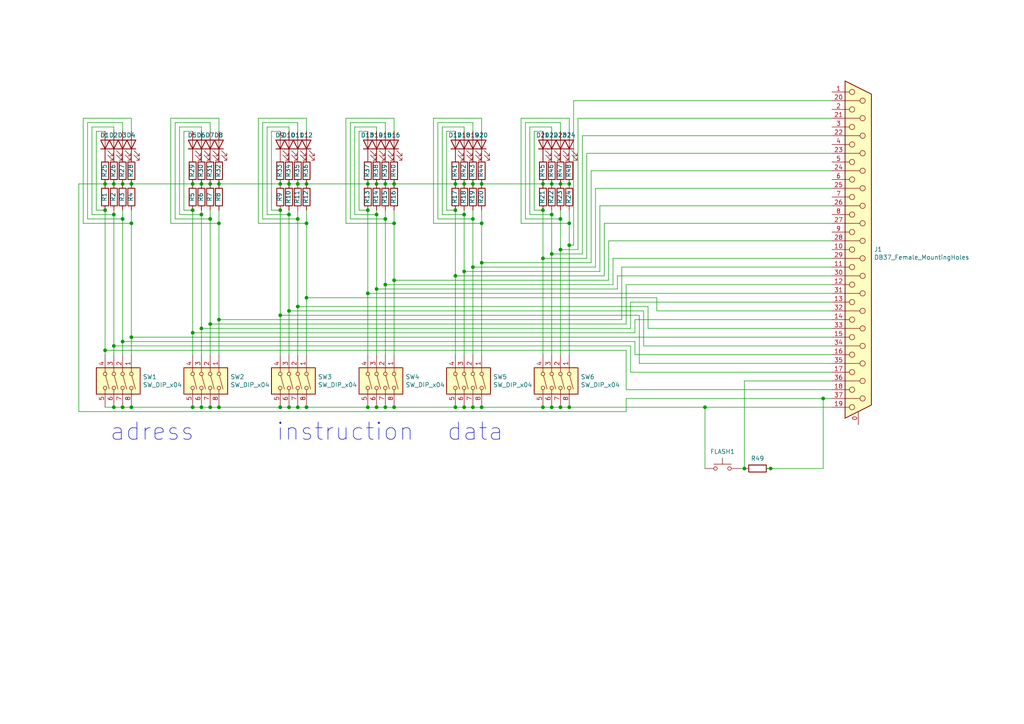
<source format=kicad_sch>
(kicad_sch (version 20230121) (generator eeschema)
  (paper "A4")
  (title_block (title "manual-programmer") (date "19.06.2023") (rev "1.0"))
  (lib_symbols
    (symbol "Connector:DB37_Female_MountingHoles" (pin_names (offset 1.016) hide)
      (property "Reference" "J" (at 0 52.07 0))
      (property "Value" "DB37_Female_MountingHoles" (at 0 50.165 0))
      (symbol "DB37_Female_MountingHoles_0_1"
        (circle (center -1.778 -45.72) (radius 0.762))
        (circle (center -1.778 -40.64) (radius 0.762))
        (circle (center -1.778 -35.56) (radius 0.762))
        (circle (center -1.778 -30.48) (radius 0.762))
        (circle (center -1.778 -25.4) (radius 0.762))
        (circle (center -1.778 -20.32) (radius 0.762))
        (circle (center -1.778 -15.24) (radius 0.762))
        (circle (center -1.778 -10.16) (radius 0.762))
        (circle (center -1.778 -5.08) (radius 0.762))
        (circle (center -1.778 0) (radius 0.762))
        (circle (center -1.778 5.08) (radius 0.762))
        (circle (center -1.778 10.16) (radius 0.762))
        (circle (center -1.778 15.24) (radius 0.762))
        (circle (center -1.778 20.32) (radius 0.762))
        (circle (center -1.778 25.4) (radius 0.762))
        (circle (center -1.778 30.48) (radius 0.762))
        (circle (center -1.778 35.56) (radius 0.762))
        (circle (center -1.778 40.64) (radius 0.762))
        (circle (center -1.778 45.72) (radius 0.762))
        (polyline (pts (xy -3.81 -45.72) (xy -2.54 -45.72)))
        (polyline (pts (xy -3.81 -43.18) (xy 0.508 -43.18)))
        (polyline (pts (xy -3.81 -40.64) (xy -2.54 -40.64)))
        (polyline (pts (xy -3.81 -38.1) (xy 0.508 -38.1)))
        (polyline (pts (xy -3.81 -35.56) (xy -2.54 -35.56)))
        (polyline (pts (xy -3.81 -33.02) (xy 0.508 -33.02)))
        (polyline (pts (xy -3.81 -30.48) (xy -2.54 -30.48)))
        (polyline (pts (xy -3.81 -27.94) (xy 0.508 -27.94)))
        (polyline (pts (xy -3.81 -25.4) (xy -2.54 -25.4)))
        (polyline (pts (xy -3.81 -22.86) (xy 0.508 -22.86)))
        (polyline (pts (xy -3.81 -20.32) (xy -2.54 -20.32)))
        (polyline (pts (xy -3.81 -17.78) (xy 0.508 -17.78)))
        (polyline (pts (xy -3.81 -15.24) (xy -2.54 -15.24)))
        (polyline (pts (xy -3.81 -12.7) (xy 0.508 -12.7)))
        (polyline (pts (xy -3.81 -10.16) (xy -2.54 -10.16)))
        (polyline (pts (xy -3.81 -7.62) (xy 0.508 -7.62)))
        (polyline (pts (xy -3.81 -5.08) (xy -2.54 -5.08)))
        (polyline (pts (xy -3.81 -2.54) (xy 0.508 -2.54)))
        (polyline (pts (xy -3.81 0) (xy -2.54 0)))
        (polyline (pts (xy -3.81 2.54) (xy 0.508 2.54)))
        (polyline (pts (xy -3.81 5.08) (xy -2.54 5.08)))
        (polyline (pts (xy -3.81 7.62) (xy 0.508 7.62)))
        (polyline (pts (xy -3.81 10.16) (xy -2.54 10.16)))
        (polyline (pts (xy -3.81 12.7) (xy 0.508 12.7)))
        (polyline (pts (xy -3.81 15.24) (xy -2.54 15.24)))
        (polyline (pts (xy -3.81 17.78) (xy 0.508 17.78)))
        (polyline (pts (xy -3.81 20.32) (xy -2.54 20.32)))
        (polyline (pts (xy -3.81 22.86) (xy 0.508 22.86)))
        (polyline (pts (xy -3.81 25.4) (xy -2.54 25.4)))
        (polyline (pts (xy -3.81 27.94) (xy 0.508 27.94)))
        (polyline (pts (xy -3.81 30.48) (xy -2.54 30.48)))
        (polyline (pts (xy -3.81 33.02) (xy 0.508 33.02)))
        (polyline (pts (xy -3.81 35.56) (xy -2.54 35.56)))
        (polyline (pts (xy -3.81 38.1) (xy 0.508 38.1)))
        (polyline (pts (xy -3.81 40.64) (xy -2.54 40.64)))
        (polyline (pts (xy -3.81 43.18) (xy 0.508 43.18)))
        (polyline (pts (xy -3.81 45.72) (xy -2.54 45.72)))
        (polyline (pts (xy -3.81 -48.895) (xy 3.81 -45.085) (xy 3.81 45.085) (xy -3.81 48.895) (xy -3.81 -48.895)) (stroke (width 0.254)) (fill (type background)))
        (circle (center 1.27 -43.18) (radius 0.762))
        (circle (center 1.27 -38.1) (radius 0.762))
        (circle (center 1.27 -33.02) (radius 0.762))
        (circle (center 1.27 -27.94) (radius 0.762))
        (circle (center 1.27 -22.86) (radius 0.762))
        (circle (center 1.27 -17.78) (radius 0.762))
        (circle (center 1.27 -12.7) (radius 0.762))
        (circle (center 1.27 -7.62) (radius 0.762))
        (circle (center 1.27 -2.54) (radius 0.762))
        (circle (center 1.27 2.54) (radius 0.762))
        (circle (center 1.27 7.62) (radius 0.762))
        (circle (center 1.27 12.7) (radius 0.762))
        (circle (center 1.27 17.78) (radius 0.762))
        (circle (center 1.27 22.86) (radius 0.762))
        (circle (center 1.27 27.94) (radius 0.762))
        (circle (center 1.27 33.02) (radius 0.762))
        (circle (center 1.27 38.1) (radius 0.762))
        (circle (center 1.27 43.18) (radius 0.762))
      )
      (symbol "DB37_Female_MountingHoles_1_1"
        (pin passive line (at 0 -50.8 90) (length 3.81) (name "PAD") (number "0"))
        (pin passive line (at -7.62 45.72 0) (length 3.81) (name "1") (number "1"))
        (pin passive line (at -7.62 0 0) (length 3.81) (name "10") (number "10"))
        (pin passive line (at -7.62 -5.08 0) (length 3.81) (name "11") (number "11"))
        (pin passive line (at -7.62 -10.16 0) (length 3.81) (name "12") (number "12"))
        (pin passive line (at -7.62 -15.24 0) (length 3.81) (name "13") (number "13"))
        (pin passive line (at -7.62 -20.32 0) (length 3.81) (name "14") (number "14"))
        (pin passive line (at -7.62 -25.4 0) (length 3.81) (name "15") (number "15"))
        (pin passive line (at -7.62 -30.48 0) (length 3.81) (name "16") (number "16"))
        (pin passive line (at -7.62 -35.56 0) (length 3.81) (name "17") (number "17"))
        (pin passive line (at -7.62 -40.64 0) (length 3.81) (name "18") (number "18"))
        (pin passive line (at -7.62 -45.72 0) (length 3.81) (name "19") (number "19"))
        (pin passive line (at -7.62 40.64 0) (length 3.81) (name "2") (number "2"))
        (pin passive line (at -7.62 43.18 0) (length 3.81) (name "20") (number "20"))
        (pin passive line (at -7.62 38.1 0) (length 3.81) (name "21") (number "21"))
        (pin passive line (at -7.62 33.02 0) (length 3.81) (name "22") (number "22"))
        (pin passive line (at -7.62 27.94 0) (length 3.81) (name "23") (number "23"))
        (pin passive line (at -7.62 22.86 0) (length 3.81) (name "24") (number "24"))
        (pin passive line (at -7.62 17.78 0) (length 3.81) (name "25") (number "25"))
        (pin passive line (at -7.62 12.7 0) (length 3.81) (name "26") (number "26"))
        (pin passive line (at -7.62 7.62 0) (length 3.81) (name "27") (number "27"))
        (pin passive line (at -7.62 2.54 0) (length 3.81) (name "28") (number "28"))
        (pin passive line (at -7.62 -2.54 0) (length 3.81) (name "29") (number "29"))
        (pin passive line (at -7.62 35.56 0) (length 3.81) (name "3") (number "3"))
        (pin passive line (at -7.62 -7.62 0) (length 3.81) (name "30") (number "30"))
        (pin passive line (at -7.62 -12.7 0) (length 3.81) (name "31") (number "31"))
        (pin passive line (at -7.62 -17.78 0) (length 3.81) (name "32") (number "32"))
        (pin passive line (at -7.62 -22.86 0) (length 3.81) (name "33") (number "33"))
        (pin passive line (at -7.62 -27.94 0) (length 3.81) (name "34") (number "34"))
        (pin passive line (at -7.62 -33.02 0) (length 3.81) (name "35") (number "35"))
        (pin passive line (at -7.62 -38.1 0) (length 3.81) (name "36") (number "36"))
        (pin passive line (at -7.62 -43.18 0) (length 3.81) (name "37") (number "37"))
        (pin passive line (at -7.62 30.48 0) (length 3.81) (name "4") (number "4"))
        (pin passive line (at -7.62 25.4 0) (length 3.81) (name "5") (number "5"))
        (pin passive line (at -7.62 20.32 0) (length 3.81) (name "6") (number "6"))
        (pin passive line (at -7.62 15.24 0) (length 3.81) (name "7") (number "7"))
        (pin passive line (at -7.62 10.16 0) (length 3.81) (name "8") (number "8"))
        (pin passive line (at -7.62 5.08 0) (length 3.81) (name "9") (number "9"))
      )
    )
    (symbol "Device:LED" (pin_numbers hide) (pin_names (offset 1.016) hide)
      (property "Reference" "D" (at 0 2.54 0))
      (property "Value" "LED" (at 0 -2.54 0))
      (symbol "LED_0_1"
        (polyline (pts (xy -1.27 -1.27) (xy -1.27 1.27)) (stroke (width 0.254)))
        (polyline (pts (xy -1.27 0) (xy 1.27 0)))
        (polyline (pts (xy 1.27 -1.27) (xy 1.27 1.27) (xy -1.27 0) (xy 1.27 -1.27)) (stroke (width 0.254)))
        (polyline (pts (xy -3.048 -0.762) (xy -4.572 -2.286) (xy -3.81 -2.286) (xy -4.572 -2.286) (xy -4.572 -1.524)))
        (polyline (pts (xy -1.778 -0.762) (xy -3.302 -2.286) (xy -2.54 -2.286) (xy -3.302 -2.286) (xy -3.302 -1.524)))
      )
      (symbol "LED_1_1"
        (pin passive line (at -3.81 0 0) (length 2.54) (name "K") (number "1"))
        (pin passive line (at 3.81 0 180) (length 2.54) (name "A") (number "2"))
      )
    )
    (symbol "Device:R" (pin_numbers hide) (pin_names (offset 0))
      (property "Reference" "R" (at 2.032 0 90))
      (property "Value" "R" (at 0 0 90))
      (symbol "R_0_1"
        (rectangle (start -1.016 -2.54) (end 1.016 2.54) (stroke (width 0.254)))
      )
      (symbol "R_1_1"
        (pin passive line (at 0 3.81 270) (length 1.27) (name "~") (number "1"))
        (pin passive line (at 0 -3.81 90) (length 1.27) (name "~") (number "2"))
      )
    )
    (symbol "Switch:SW_DIP_x04" (pin_names (offset 0) hide)
      (property "Reference" "SW" (at 0 8.89 0))
      (property "Value" "SW_DIP_x04" (at 0 -6.35 0))
      (symbol "SW_DIP_x04_0_0"
        (circle (center -2.032 -2.54) (radius 0.508))
        (circle (center -2.032 0) (radius 0.508))
        (circle (center -2.032 2.54) (radius 0.508))
        (circle (center -2.032 5.08) (radius 0.508))
        (polyline (pts (xy -1.524 -2.3876) (xy 2.3622 -1.3462)))
        (polyline (pts (xy -1.524 0.127) (xy 2.3622 1.1684)))
        (polyline (pts (xy -1.524 2.667) (xy 2.3622 3.7084)))
        (polyline (pts (xy -1.524 5.207) (xy 2.3622 6.2484)))
        (circle (center 2.032 -2.54) (radius 0.508))
        (circle (center 2.032 0) (radius 0.508))
        (circle (center 2.032 2.54) (radius 0.508))
        (circle (center 2.032 5.08) (radius 0.508))
      )
      (symbol "SW_DIP_x04_0_1"
        (rectangle (start -3.81 7.62) (end 3.81 -5.08) (stroke (width 0.254)) (fill (type background)))
      )
      (symbol "SW_DIP_x04_1_1"
        (pin passive line (at -7.62 5.08 0) (length 5.08) (name "~") (number "1"))
        (pin passive line (at -7.62 2.54 0) (length 5.08) (name "~") (number "2"))
        (pin passive line (at -7.62 0 0) (length 5.08) (name "~") (number "3"))
        (pin passive line (at -7.62 -2.54 0) (length 5.08) (name "~") (number "4"))
        (pin passive line (at 7.62 -2.54 180) (length 5.08) (name "~") (number "5"))
        (pin passive line (at 7.62 0 180) (length 5.08) (name "~") (number "6"))
        (pin passive line (at 7.62 2.54 180) (length 5.08) (name "~") (number "7"))
        (pin passive line (at 7.62 5.08 180) (length 5.08) (name "~") (number "8"))
      )
    )
    (symbol "Switch:SW_Push" (pin_numbers hide) (pin_names (offset 1.016) hide)
      (property "Reference" "SW" (at 1.27 2.54 0))
      (property "Value" "SW_Push" (at 0 -1.524 0))
      (symbol "SW_Push_0_1"
        (circle (center -2.032 0) (radius 0.508))
        (polyline (pts (xy 0 1.27) (xy 0 3.048)))
        (polyline (pts (xy 2.54 1.27) (xy -2.54 1.27)))
        (circle (center 2.032 0) (radius 0.508))
        (pin passive line (at -5.08 0 0) (length 2.54) (name "1") (number "1"))
        (pin passive line (at 5.08 0 180) (length 2.54) (name "2") (number "2"))
      )
    )
  )
  (junction (at 30.48 60.96))
  (junction (at 58.42 95.25))
  (junction (at 139.7 64.77))
  (junction (at 58.42 118.11))
  (junction (at 139.7 118.11))
  (junction (at 83.82 118.11))
  (junction (at 165.1 71.12))
  (junction (at 111.76 82.55))
  (junction (at 86.36 118.11))
  (junction (at 30.48 53.34))
  (junction (at 215.9 135.89))
  (junction (at 30.48 101.6))
  (junction (at 35.56 53.34))
  (junction (at 38.1 97.79))
  (junction (at 60.96 53.34))
  (junction (at 111.76 63.5))
  (junction (at 86.36 88.9))
  (junction (at 38.1 118.11))
  (junction (at 137.16 77.47))
  (junction (at 160.02 118.11))
  (junction (at 132.08 118.11))
  (junction (at 106.68 60.96))
  (junction (at 114.3 118.11))
  (junction (at 162.56 63.5))
  (junction (at 109.22 62.23))
  (junction (at 55.88 96.52))
  (junction (at 86.36 53.34))
  (junction (at 83.82 53.34))
  (junction (at 165.1 64.77))
  (junction (at 63.5 118.11))
  (junction (at 88.9 53.34))
  (junction (at 33.02 118.11))
  (junction (at 160.02 53.34))
  (junction (at 137.16 118.11))
  (junction (at 81.28 60.96))
  (junction (at 162.56 118.11))
  (junction (at 88.9 86.36))
  (junction (at 58.42 62.23))
  (junction (at 33.02 62.23))
  (junction (at 114.3 64.77))
  (junction (at 132.08 60.96))
  (junction (at 109.22 83.82))
  (junction (at 86.36 63.5))
  (junction (at 60.96 118.11))
  (junction (at 55.88 60.96))
  (junction (at 58.42 53.34))
  (junction (at 111.76 53.34))
  (junction (at 137.16 63.5))
  (junction (at 139.7 53.34))
  (junction (at 157.48 118.11))
  (junction (at 134.62 53.34))
  (junction (at 134.62 78.74))
  (junction (at 111.76 118.11))
  (junction (at 35.56 99.06))
  (junction (at 63.5 64.77))
  (junction (at 157.48 74.93))
  (junction (at 204.47 118.11))
  (junction (at 134.62 118.11))
  (junction (at 162.56 53.34))
  (junction (at 106.68 118.11))
  (junction (at 162.56 72.39))
  (junction (at 38.1 53.34))
  (junction (at 33.02 53.34))
  (junction (at 35.56 63.5))
  (junction (at 106.68 53.34))
  (junction (at 114.3 81.28))
  (junction (at 165.1 53.34))
  (junction (at 88.9 64.77))
  (junction (at 38.1 64.77))
  (junction (at 35.56 118.11))
  (junction (at 132.08 53.34))
  (junction (at 132.08 80.01))
  (junction (at 165.1 118.11))
  (junction (at 55.88 53.34))
  (junction (at 109.22 53.34))
  (junction (at 81.28 53.34))
  (junction (at 81.28 91.44))
  (junction (at 157.48 60.96))
  (junction (at 137.16 53.34))
  (junction (at 83.82 90.17))
  (junction (at 88.9 118.11))
  (junction (at 160.02 73.66))
  (junction (at 157.48 53.34))
  (junction (at 238.76 115.57))
  (junction (at 55.88 118.11))
  (junction (at 63.5 92.71))
  (junction (at 160.02 62.23))
  (junction (at 60.96 93.98))
  (junction (at 63.5 53.34))
  (junction (at 81.28 118.11))
  (junction (at 114.3 53.34))
  (junction (at 83.82 62.23))
  (junction (at 60.96 63.5))
  (junction (at 139.7 76.2))
  (junction (at 109.22 118.11))
  (junction (at 134.62 62.23))
  (junction (at 106.68 85.09))
  (junction (at 33.02 100.33))
  (junction (at 223.52 135.89))
  (wire (pts (xy 88.9 86.36) (xy 190.5 86.36)))
  (wire (pts (xy 24.13 34.29) (xy 24.13 64.77)))
  (wire (pts (xy 114.3 118.11) (xy 132.08 118.11)))
  (wire (pts (xy 55.88 60.96) (xy 55.88 96.52)))
  (wire (pts (xy 77.47 36.83) (xy 77.47 62.23)))
  (wire (pts (xy 106.68 85.09) (xy 106.68 102.87)))
  (wire (pts (xy 53.34 60.96) (xy 55.88 60.96)))
  (wire (pts (xy 52.07 36.83) (xy 52.07 62.23)))
  (wire (pts (xy 162.56 63.5) (xy 162.56 72.39)))
  (wire (pts (xy 81.28 38.1) (xy 78.74 38.1)))
  (wire (pts (xy 137.16 60.96) (xy 137.16 63.5)))
  (wire (pts (xy 241.3 110.49) (xy 215.9 110.49)))
  (wire (pts (xy 81.28 60.96) (xy 81.28 91.44)))
  (wire (pts (xy 88.9 38.1) (xy 88.9 34.29)))
  (wire (pts (xy 22.86 53.34) (xy 22.86 119.38)))
  (wire (pts (xy 114.3 81.28) (xy 114.3 102.87)))
  (wire (pts (xy 128.27 36.83) (xy 128.27 62.23)))
  (wire (pts (xy 128.27 62.23) (xy 134.62 62.23)))
  (wire (pts (xy 157.48 60.96) (xy 157.48 74.93)))
  (wire (pts (xy 171.45 76.2) (xy 171.45 49.53)))
  (wire (pts (xy 35.56 60.96) (xy 35.56 63.5)))
  (wire (pts (xy 35.56 63.5) (xy 35.56 99.06)))
  (wire (pts (xy 167.64 72.39) (xy 167.64 34.29)))
  (wire (pts (xy 180.34 92.71) (xy 180.34 77.47)))
  (wire (pts (xy 74.93 64.77) (xy 88.9 64.77)))
  (wire (pts (xy 88.9 86.36) (xy 88.9 102.87)))
  (wire (pts (xy 114.3 38.1) (xy 114.3 34.29)))
  (wire (pts (xy 204.47 135.89) (xy 204.47 118.11)))
  (wire (pts (xy 134.62 62.23) (xy 134.62 78.74)))
  (wire (pts (xy 214.63 135.89) (xy 215.9 135.89)))
  (wire (pts (xy 26.67 36.83) (xy 26.67 62.23)))
  (wire (pts (xy 109.22 60.96) (xy 109.22 62.23)))
  (wire (pts (xy 35.56 99.06) (xy 35.56 102.87)))
  (wire (pts (xy 114.3 81.28) (xy 176.53 81.28)))
  (wire (pts (xy 186.69 90.17) (xy 186.69 100.33)))
  (wire (pts (xy 58.42 53.34) (xy 60.96 53.34)))
  (wire (pts (xy 63.5 92.71) (xy 63.5 102.87)))
  (wire (pts (xy 106.68 60.96) (xy 106.68 85.09)))
  (wire (pts (xy 175.26 64.77) (xy 241.3 64.77)))
  (wire (pts (xy 162.56 60.96) (xy 162.56 63.5)))
  (wire (pts (xy 177.8 74.93) (xy 241.3 74.93)))
  (wire (pts (xy 38.1 34.29) (xy 24.13 34.29)))
  (wire (pts (xy 58.42 118.11) (xy 55.88 118.11)))
  (wire (pts (xy 30.48 101.6) (xy 181.61 101.6)))
  (wire (pts (xy 181.61 93.98) (xy 181.61 82.55)))
  (wire (pts (xy 86.36 35.56) (xy 76.2 35.56)))
  (wire (pts (xy 186.69 100.33) (xy 241.3 100.33)))
  (wire (pts (xy 134.62 60.96) (xy 134.62 62.23)))
  (wire (pts (xy 53.34 38.1) (xy 53.34 60.96)))
  (wire (pts (xy 132.08 80.01) (xy 132.08 102.87)))
  (wire (pts (xy 160.02 73.66) (xy 160.02 102.87)))
  (wire (pts (xy 134.62 53.34) (xy 137.16 53.34)))
  (wire (pts (xy 238.76 115.57) (xy 241.3 115.57)))
  (wire (pts (xy 109.22 83.82) (xy 179.07 83.82)))
  (wire (pts (xy 168.91 73.66) (xy 168.91 39.37)))
  (wire (pts (xy 83.82 90.17) (xy 83.82 102.87)))
  (wire (pts (xy 127 63.5) (xy 137.16 63.5)))
  (wire (pts (xy 63.5 64.77) (xy 63.5 92.71)))
  (wire (pts (xy 83.82 36.83) (xy 77.47 36.83)))
  (wire (pts (xy 101.6 63.5) (xy 111.76 63.5)))
  (wire (pts (xy 58.42 62.23) (xy 58.42 95.25)))
  (wire (pts (xy 160.02 73.66) (xy 168.91 73.66)))
  (wire (pts (xy 223.52 135.89) (xy 238.76 135.89)))
  (wire (pts (xy 55.88 96.52) (xy 55.88 102.87)))
  (wire (pts (xy 132.08 60.96) (xy 132.08 80.01)))
  (wire (pts (xy 182.88 107.95) (xy 241.3 107.95)))
  (wire (pts (xy 204.47 118.11) (xy 241.3 118.11)))
  (wire (pts (xy 177.8 82.55) (xy 177.8 74.93)))
  (wire (pts (xy 170.18 74.93) (xy 170.18 44.45)))
  (wire (pts (xy 181.61 101.6) (xy 181.61 113.03)))
  (wire (pts (xy 102.87 36.83) (xy 102.87 62.23)))
  (wire (pts (xy 168.91 39.37) (xy 241.3 39.37)))
  (wire (pts (xy 137.16 77.47) (xy 137.16 102.87)))
  (wire (pts (xy 139.7 53.34) (xy 157.48 53.34)))
  (wire (pts (xy 77.47 62.23) (xy 83.82 62.23)))
  (wire (pts (xy 134.62 118.11) (xy 137.16 118.11)))
  (wire (pts (xy 187.96 95.25) (xy 241.3 95.25)))
  (wire (pts (xy 153.67 62.23) (xy 160.02 62.23)))
  (wire (pts (xy 139.7 34.29) (xy 125.73 34.29)))
  (wire (pts (xy 157.48 118.11) (xy 160.02 118.11)))
  (wire (pts (xy 184.15 92.71) (xy 241.3 92.71)))
  (wire (pts (xy 162.56 72.39) (xy 167.64 72.39)))
  (wire (pts (xy 151.13 34.29) (xy 151.13 64.77)))
  (wire (pts (xy 81.28 91.44) (xy 185.42 91.44)))
  (wire (pts (xy 102.87 62.23) (xy 109.22 62.23)))
  (wire (pts (xy 81.28 53.34) (xy 83.82 53.34)))
  (wire (pts (xy 104.14 38.1) (xy 104.14 60.96)))
  (wire (pts (xy 125.73 34.29) (xy 125.73 64.77)))
  (wire (pts (xy 106.68 53.34) (xy 109.22 53.34)))
  (wire (pts (xy 157.48 53.34) (xy 160.02 53.34)))
  (wire (pts (xy 83.82 90.17) (xy 186.69 90.17)))
  (wire (pts (xy 179.07 83.82) (xy 179.07 80.01)))
  (wire (pts (xy 160.02 36.83) (xy 153.67 36.83)))
  (wire (pts (xy 109.22 38.1) (xy 109.22 36.83)))
  (wire (pts (xy 166.37 71.12) (xy 165.1 71.12)))
  (wire (pts (xy 81.28 118.11) (xy 83.82 118.11)))
  (wire (pts (xy 184.15 96.52) (xy 184.15 92.71)))
  (wire (pts (xy 38.1 53.34) (xy 35.56 53.34)))
  (wire (pts (xy 181.61 115.57) (xy 181.61 119.38)))
  (wire (pts (xy 58.42 95.25) (xy 182.88 95.25)))
  (wire (pts (xy 38.1 38.1) (xy 38.1 34.29)))
  (wire (pts (xy 33.02 36.83) (xy 26.67 36.83)))
  (wire (pts (xy 111.76 63.5) (xy 111.76 82.55)))
  (wire (pts (xy 35.56 35.56) (xy 25.4 35.56)))
  (wire (pts (xy 86.36 38.1) (xy 86.36 35.56)))
  (wire (pts (xy 160.02 62.23) (xy 160.02 73.66)))
  (wire (pts (xy 160.02 60.96) (xy 160.02 62.23)))
  (wire (pts (xy 111.76 53.34) (xy 114.3 53.34)))
  (wire (pts (xy 50.8 35.56) (xy 50.8 63.5)))
  (wire (pts (xy 222.25 135.89) (xy 223.52 135.89)))
  (wire (pts (xy 129.54 38.1) (xy 129.54 60.96)))
  (wire (pts (xy 86.36 88.9) (xy 187.96 88.9)))
  (wire (pts (xy 215.9 110.49) (xy 215.9 135.89)))
  (wire (pts (xy 27.94 60.96) (xy 30.48 60.96)))
  (wire (pts (xy 25.4 35.56) (xy 25.4 63.5)))
  (wire (pts (xy 165.1 118.11) (xy 204.47 118.11)))
  (wire (pts (xy 175.26 80.01) (xy 175.26 64.77)))
  (wire (pts (xy 165.1 34.29) (xy 151.13 34.29)))
  (wire (pts (xy 30.48 38.1) (xy 27.94 38.1)))
  (wire (pts (xy 35.56 99.06) (xy 184.15 99.06)))
  (wire (pts (xy 109.22 83.82) (xy 109.22 102.87)))
  (wire (pts (xy 139.7 76.2) (xy 171.45 76.2)))
  (wire (pts (xy 58.42 118.11) (xy 60.96 118.11)))
  (wire (pts (xy 35.56 118.11) (xy 38.1 118.11)))
  (wire (pts (xy 170.18 44.45) (xy 241.3 44.45)))
  (wire (pts (xy 181.61 82.55) (xy 241.3 82.55)))
  (wire (pts (xy 139.7 38.1) (xy 139.7 34.29)))
  (wire (pts (xy 180.34 77.47) (xy 241.3 77.47)))
  (wire (pts (xy 58.42 36.83) (xy 52.07 36.83)))
  (wire (pts (xy 33.02 118.11) (xy 35.56 118.11)))
  (wire (pts (xy 74.93 34.29) (xy 74.93 64.77)))
  (wire (pts (xy 86.36 118.11) (xy 88.9 118.11)))
  (wire (pts (xy 162.56 72.39) (xy 162.56 102.87)))
  (wire (pts (xy 165.1 71.12) (xy 165.1 102.87)))
  (wire (pts (xy 182.88 87.63) (xy 241.3 87.63)))
  (wire (pts (xy 83.82 62.23) (xy 83.82 90.17)))
  (wire (pts (xy 187.96 88.9) (xy 187.96 95.25)))
  (wire (pts (xy 166.37 29.21) (xy 241.3 29.21)))
  (wire (pts (xy 173.99 59.69) (xy 241.3 59.69)))
  (wire (pts (xy 111.76 82.55) (xy 111.76 102.87)))
  (wire (pts (xy 157.48 74.93) (xy 170.18 74.93)))
  (wire (pts (xy 86.36 118.11) (xy 83.82 118.11)))
  (wire (pts (xy 104.14 60.96) (xy 106.68 60.96)))
  (wire (pts (xy 171.45 49.53) (xy 241.3 49.53)))
  (wire (pts (xy 60.96 35.56) (xy 50.8 35.56)))
  (wire (pts (xy 154.94 60.96) (xy 157.48 60.96)))
  (wire (pts (xy 162.56 35.56) (xy 152.4 35.56)))
  (wire (pts (xy 88.9 64.77) (xy 88.9 86.36)))
  (wire (pts (xy 83.82 60.96) (xy 83.82 62.23)))
  (wire (pts (xy 111.76 38.1) (xy 111.76 35.56)))
  (wire (pts (xy 238.76 135.89) (xy 238.76 115.57)))
  (wire (pts (xy 38.1 64.77) (xy 38.1 97.79)))
  (wire (pts (xy 109.22 118.11) (xy 111.76 118.11)))
  (wire (pts (xy 165.1 38.1) (xy 165.1 34.29)))
  (wire (pts (xy 86.36 88.9) (xy 86.36 102.87)))
  (wire (pts (xy 38.1 118.11) (xy 55.88 118.11)))
  (wire (pts (xy 78.74 38.1) (xy 78.74 60.96)))
  (wire (pts (xy 184.15 99.06) (xy 184.15 102.87)))
  (wire (pts (xy 137.16 38.1) (xy 137.16 35.56)))
  (wire (pts (xy 111.76 60.96) (xy 111.76 63.5)))
  (wire (pts (xy 55.88 53.34) (xy 58.42 53.34)))
  (wire (pts (xy 185.42 105.41) (xy 241.3 105.41)))
  (wire (pts (xy 33.02 53.34) (xy 35.56 53.34)))
  (wire (pts (xy 35.56 38.1) (xy 35.56 35.56)))
  (wire (pts (xy 167.64 34.29) (xy 241.3 34.29)))
  (wire (pts (xy 33.02 62.23) (xy 33.02 100.33)))
  (wire (pts (xy 160.02 38.1) (xy 160.02 36.83)))
  (wire (pts (xy 137.16 118.11) (xy 139.7 118.11)))
  (wire (pts (xy 109.22 36.83) (xy 102.87 36.83)))
  (wire (pts (xy 114.3 53.34) (xy 132.08 53.34)))
  (wire (pts (xy 58.42 60.96) (xy 58.42 62.23)))
  (wire (pts (xy 114.3 64.77) (xy 114.3 81.28)))
  (wire (pts (xy 52.07 62.23) (xy 58.42 62.23)))
  (wire (pts (xy 38.1 60.96) (xy 38.1 64.77)))
  (wire (pts (xy 30.48 101.6) (xy 30.48 102.87)))
  (wire (pts (xy 30.48 60.96) (xy 30.48 101.6)))
  (wire (pts (xy 33.02 100.33) (xy 182.88 100.33)))
  (wire (pts (xy 22.86 119.38) (xy 181.61 119.38)))
  (wire (pts (xy 38.1 97.79) (xy 38.1 102.87)))
  (wire (pts (xy 152.4 63.5) (xy 162.56 63.5)))
  (wire (pts (xy 157.48 74.93) (xy 157.48 102.87)))
  (wire (pts (xy 76.2 35.56) (xy 76.2 63.5)))
  (wire (pts (xy 63.5 34.29) (xy 49.53 34.29)))
  (wire (pts (xy 60.96 93.98) (xy 181.61 93.98)))
  (wire (pts (xy 63.5 118.11) (xy 81.28 118.11)))
  (wire (pts (xy 100.33 64.77) (xy 114.3 64.77)))
  (wire (pts (xy 139.7 118.11) (xy 157.48 118.11)))
  (wire (pts (xy 176.53 69.85) (xy 241.3 69.85)))
  (wire (pts (xy 58.42 95.25) (xy 58.42 102.87)))
  (wire (pts (xy 111.76 35.56) (xy 101.6 35.56)))
  (wire (pts (xy 81.28 91.44) (xy 81.28 102.87)))
  (wire (pts (xy 25.4 63.5) (xy 35.56 63.5)))
  (wire (pts (xy 152.4 35.56) (xy 152.4 63.5)))
  (wire (pts (xy 60.96 38.1) (xy 60.96 35.56)))
  (wire (pts (xy 134.62 118.11) (xy 132.08 118.11)))
  (wire (pts (xy 172.72 54.61) (xy 241.3 54.61)))
  (wire (pts (xy 33.02 100.33) (xy 33.02 102.87)))
  (wire (pts (xy 49.53 34.29) (xy 49.53 64.77)))
  (wire (pts (xy 173.99 78.74) (xy 173.99 59.69)))
  (wire (pts (xy 53.34 38.1) (xy 55.88 38.1)))
  (wire (pts (xy 33.02 38.1) (xy 33.02 36.83)))
  (wire (pts (xy 49.53 64.77) (xy 63.5 64.77)))
  (wire (pts (xy 58.42 38.1) (xy 58.42 36.83)))
  (wire (pts (xy 160.02 118.11) (xy 162.56 118.11)))
  (wire (pts (xy 63.5 53.34) (xy 81.28 53.34)))
  (wire (pts (xy 60.96 93.98) (xy 60.96 102.87)))
  (wire (pts (xy 179.07 80.01) (xy 241.3 80.01)))
  (wire (pts (xy 165.1 60.96) (xy 165.1 64.77)))
  (wire (pts (xy 190.5 90.17) (xy 241.3 90.17)))
  (wire (pts (xy 30.48 53.34) (xy 33.02 53.34)))
  (wire (pts (xy 88.9 60.96) (xy 88.9 64.77)))
  (wire (pts (xy 182.88 100.33) (xy 182.88 107.95)))
  (wire (pts (xy 27.94 38.1) (xy 27.94 60.96)))
  (wire (pts (xy 30.48 53.34) (xy 22.86 53.34)))
  (wire (pts (xy 151.13 64.77) (xy 165.1 64.77)))
  (wire (pts (xy 132.08 38.1) (xy 129.54 38.1)))
  (wire (pts (xy 160.02 53.34) (xy 162.56 53.34)))
  (wire (pts (xy 165.1 64.77) (xy 165.1 71.12)))
  (wire (pts (xy 111.76 118.11) (xy 114.3 118.11)))
  (wire (pts (xy 88.9 34.29) (xy 74.93 34.29)))
  (wire (pts (xy 88.9 53.34) (xy 106.68 53.34)))
  (wire (pts (xy 26.67 62.23) (xy 33.02 62.23)))
  (wire (pts (xy 134.62 36.83) (xy 128.27 36.83)))
  (wire (pts (xy 190.5 86.36) (xy 190.5 90.17)))
  (wire (pts (xy 33.02 60.96) (xy 33.02 62.23)))
  (wire (pts (xy 182.88 95.25) (xy 182.88 87.63)))
  (wire (pts (xy 185.42 91.44) (xy 185.42 105.41)))
  (wire (pts (xy 86.36 53.34) (xy 88.9 53.34)))
  (wire (pts (xy 101.6 35.56) (xy 101.6 63.5)))
  (wire (pts (xy 60.96 60.96) (xy 60.96 63.5)))
  (wire (pts (xy 165.1 53.34) (xy 162.56 53.34)))
  (wire (pts (xy 157.48 38.1) (xy 154.94 38.1)))
  (wire (pts (xy 38.1 97.79) (xy 241.3 97.79)))
  (wire (pts (xy 127 35.56) (xy 127 63.5)))
  (wire (pts (xy 55.88 96.52) (xy 184.15 96.52)))
  (wire (pts (xy 63.5 118.11) (xy 60.96 118.11)))
  (wire (pts (xy 139.7 60.96) (xy 139.7 64.77)))
  (wire (pts (xy 134.62 38.1) (xy 134.62 36.83)))
  (wire (pts (xy 132.08 80.01) (xy 175.26 80.01)))
  (wire (pts (xy 137.16 63.5) (xy 137.16 77.47)))
  (wire (pts (xy 106.68 38.1) (xy 104.14 38.1)))
  (wire (pts (xy 78.74 60.96) (xy 81.28 60.96)))
  (wire (pts (xy 153.67 36.83) (xy 153.67 62.23)))
  (wire (pts (xy 63.5 60.96) (xy 63.5 64.77)))
  (wire (pts (xy 109.22 53.34) (xy 111.76 53.34)))
  (wire (pts (xy 184.15 102.87) (xy 241.3 102.87)))
  (wire (pts (xy 129.54 60.96) (xy 132.08 60.96)))
  (wire (pts (xy 114.3 34.29) (xy 100.33 34.29)))
  (wire (pts (xy 154.94 38.1) (xy 154.94 60.96)))
  (wire (pts (xy 181.61 115.57) (xy 238.76 115.57)))
  (wire (pts (xy 139.7 53.34) (xy 137.16 53.34)))
  (wire (pts (xy 114.3 60.96) (xy 114.3 64.77)))
  (wire (pts (xy 176.53 81.28) (xy 176.53 69.85)))
  (wire (pts (xy 83.82 53.34) (xy 86.36 53.34)))
  (wire (pts (xy 63.5 92.71) (xy 180.34 92.71)))
  (wire (pts (xy 60.96 53.34) (xy 63.5 53.34)))
  (wire (pts (xy 88.9 118.11) (xy 106.68 118.11)))
  (wire (pts (xy 30.48 118.11) (xy 33.02 118.11)))
  (wire (pts (xy 106.68 85.09) (xy 241.3 85.09)))
  (wire (pts (xy 139.7 64.77) (xy 139.7 76.2)))
  (wire (pts (xy 137.16 77.47) (xy 172.72 77.47)))
  (wire (pts (xy 83.82 38.1) (xy 83.82 36.83)))
  (wire (pts (xy 63.5 38.1) (xy 63.5 34.29)))
  (wire (pts (xy 162.56 118.11) (xy 165.1 118.11)))
  (wire (pts (xy 134.62 78.74) (xy 134.62 102.87)))
  (wire (pts (xy 24.13 64.77) (xy 38.1 64.77)))
  (wire (pts (xy 125.73 64.77) (xy 139.7 64.77)))
  (wire (pts (xy 50.8 63.5) (xy 60.96 63.5)))
  (wire (pts (xy 38.1 53.34) (xy 55.88 53.34)))
  (wire (pts (xy 132.08 53.34) (xy 134.62 53.34)))
  (wire (pts (xy 166.37 71.12) (xy 166.37 29.21)))
  (wire (pts (xy 139.7 76.2) (xy 139.7 102.87)))
  (wire (pts (xy 134.62 78.74) (xy 173.99 78.74)))
  (wire (pts (xy 106.68 118.11) (xy 109.22 118.11)))
  (wire (pts (xy 86.36 60.96) (xy 86.36 63.5)))
  (wire (pts (xy 137.16 35.56) (xy 127 35.56)))
  (wire (pts (xy 162.56 38.1) (xy 162.56 35.56)))
  (wire (pts (xy 181.61 113.03) (xy 241.3 113.03)))
  (wire (pts (xy 76.2 63.5) (xy 86.36 63.5)))
  (wire (pts (xy 109.22 62.23) (xy 109.22 83.82)))
  (wire (pts (xy 172.72 77.47) (xy 172.72 54.61)))
  (wire (pts (xy 111.76 82.55) (xy 177.8 82.55)))
  (wire (pts (xy 60.96 63.5) (xy 60.96 93.98)))
  (wire (pts (xy 100.33 34.29) (xy 100.33 64.77)))
  (wire (pts (xy 86.36 63.5) (xy 86.36 88.9)))
  (text "adress" (at 31.75 128.27 0) (effects (font (size 5.0038 5.0038)) (justify left bottom)))
  (text "data" (at 129.54 128.27 0) (effects (font (size 5.0038 5.0038)) (justify left bottom)))
  (text "instruction" (at 80.01 128.27 0) (effects (font (size 5.0038 5.0038)) (justify left bottom)))
  (symbol (lib_id "Connector:DB37_Female_MountingHoles") (at 248.92 72.39 0) (unit 1)
    (property "Reference" "J1" (at 253.492 72.3392 0) (effects (justify left)))
    (property "Value" "DB37_Female_MountingHoles" (at 253.492 74.6506 0) (effects (justify left)))
    (property "Footprint" "Connector_Dsub:DSUB-37_Female_Horizontal_P2.77x2.84mm_EdgePinOffset7.70mm_Housed_MountingHolesOffset9.12mm" (effects hide))
    (property "Datasheet" " ~" (effects hide))
  )
  (symbol (lib_id "Switch:SW_DIP_x04") (at 33.02 110.49 270) (unit 1)
    (property "Reference" "SW1" (at 41.402 109.3216 90) (effects (justify left)))
    (property "Value" "SW_DIP_x04" (at 41.402 111.633 90) (effects (justify left)))
    (property "Footprint" "Button_Switch_THT:SW_DIP_SPSTx04_Slide_9.78x12.34mm_W7.62mm_P2.54mm" (effects hide))
  )
  (symbol (lib_id "Switch:SW_DIP_x04") (at 58.42 110.49 270) (unit 1)
    (property "Reference" "SW2" (at 66.802 109.3216 90) (effects (justify left)))
    (property "Value" "SW_DIP_x04" (at 66.802 111.633 90) (effects (justify left)))
    (property "Footprint" "Button_Switch_THT:SW_DIP_SPSTx04_Slide_9.78x12.34mm_W7.62mm_P2.54mm" (effects hide))
  )
  (symbol (lib_id "Switch:SW_DIP_x04") (at 83.82 110.49 270) (unit 1)
    (property "Reference" "SW3" (at 92.202 109.3216 90) (effects (justify left)))
    (property "Value" "SW_DIP_x04" (at 92.202 111.633 90) (effects (justify left)))
    (property "Footprint" "Button_Switch_THT:SW_DIP_SPSTx04_Slide_9.78x12.34mm_W7.62mm_P2.54mm" (effects hide))
  )
  (symbol (lib_id "Switch:SW_DIP_x04") (at 109.22 110.49 270) (unit 1)
    (property "Reference" "SW4" (at 117.602 109.3216 90) (effects (justify left)))
    (property "Value" "SW_DIP_x04" (at 117.602 111.633 90) (effects (justify left)))
    (property "Footprint" "Button_Switch_THT:SW_DIP_SPSTx04_Slide_9.78x12.34mm_W7.62mm_P2.54mm" (effects hide))
  )
  (symbol (lib_id "Switch:SW_DIP_x04") (at 134.62 110.49 270) (unit 1)
    (property "Reference" "SW5" (at 143.002 109.3216 90) (effects (justify left)))
    (property "Value" "SW_DIP_x04" (at 143.002 111.633 90) (effects (justify left)))
    (property "Footprint" "Button_Switch_THT:SW_DIP_SPSTx04_Slide_9.78x12.34mm_W7.62mm_P2.54mm" (effects hide))
  )
  (symbol (lib_id "Switch:SW_DIP_x04") (at 160.02 110.49 270) (unit 1)
    (property "Reference" "SW6" (at 168.402 109.3216 90) (effects (justify left)))
    (property "Value" "SW_DIP_x04" (at 168.402 111.633 90) (effects (justify left)))
    (property "Footprint" "Button_Switch_THT:SW_DIP_SPSTx04_Slide_9.78x12.34mm_W7.62mm_P2.54mm" (effects hide))
  )
  (symbol (lib_id "Device:R") (at 30.48 57.15 0) (unit 1)
    (property "Reference" "R1" (at 30.2514 57.15 90))
    (property "Value" "10K" (effects hide))
    (property "Footprint" "Resistor_SMD:R_1206_3216Metric_Pad1.30x1.75mm_HandSolder" (effects hide))
  )
  (symbol (lib_id "Device:R") (at 33.02 57.15 0) (unit 1)
    (property "Reference" "R2" (at 32.7914 57.15 90))
    (property "Value" "10K" (effects hide))
    (property "Footprint" "Resistor_SMD:R_1206_3216Metric_Pad1.30x1.75mm_HandSolder" (effects hide))
  )
  (symbol (lib_id "Device:R") (at 35.56 57.15 0) (unit 1)
    (property "Reference" "R3" (at 35.3314 57.15 90))
    (property "Value" "10K" (effects hide))
    (property "Footprint" "Resistor_SMD:R_1206_3216Metric_Pad1.30x1.75mm_HandSolder" (effects hide))
  )
  (symbol (lib_id "Device:R") (at 38.1 57.15 0) (unit 1)
    (property "Reference" "R4" (at 37.8714 57.15 90))
    (property "Value" "10K" (effects hide))
    (property "Footprint" "Resistor_SMD:R_1206_3216Metric_Pad1.30x1.75mm_HandSolder" (effects hide))
  )
  (symbol (lib_id "Device:R") (at 55.88 57.15 0) (unit 1)
    (property "Reference" "R5" (at 55.6514 57.15 90))
    (property "Value" "10K" (effects hide))
    (property "Footprint" "Resistor_SMD:R_1206_3216Metric_Pad1.30x1.75mm_HandSolder" (effects hide))
  )
  (symbol (lib_id "Device:R") (at 58.42 57.15 0) (unit 1)
    (property "Reference" "R6" (at 58.1914 57.15 90))
    (property "Value" "10K" (effects hide))
    (property "Footprint" "Resistor_SMD:R_1206_3216Metric_Pad1.30x1.75mm_HandSolder" (effects hide))
  )
  (symbol (lib_id "Device:R") (at 60.96 57.15 0) (unit 1)
    (property "Reference" "R7" (at 60.7314 57.15 90))
    (property "Value" "10K" (effects hide))
    (property "Footprint" "Resistor_SMD:R_1206_3216Metric_Pad1.30x1.75mm_HandSolder" (effects hide))
  )
  (symbol (lib_id "Device:R") (at 63.5 57.15 0) (unit 1)
    (property "Reference" "R8" (at 63.2714 57.15 90))
    (property "Value" "10K" (effects hide))
    (property "Footprint" "Resistor_SMD:R_1206_3216Metric_Pad1.30x1.75mm_HandSolder" (effects hide))
  )
  (symbol (lib_id "Device:R") (at 81.28 57.15 0) (unit 1)
    (property "Reference" "R9" (at 81.0514 57.15 90))
    (property "Value" "10K" (effects hide))
    (property "Footprint" "Resistor_SMD:R_1206_3216Metric_Pad1.30x1.75mm_HandSolder" (effects hide))
  )
  (symbol (lib_id "Device:R") (at 83.82 57.15 0) (unit 1)
    (property "Reference" "R10" (at 83.5914 57.15 90))
    (property "Value" "10K" (effects hide))
    (property "Footprint" "Resistor_SMD:R_1206_3216Metric_Pad1.30x1.75mm_HandSolder" (effects hide))
  )
  (symbol (lib_id "Device:R") (at 86.36 57.15 0) (unit 1)
    (property "Reference" "R11" (at 86.1314 57.15 90))
    (property "Value" "10K" (effects hide))
    (property "Footprint" "Resistor_SMD:R_1206_3216Metric_Pad1.30x1.75mm_HandSolder" (effects hide))
  )
  (symbol (lib_id "Device:R") (at 88.9 57.15 0) (unit 1)
    (property "Reference" "R12" (at 88.6714 57.15 90))
    (property "Value" "10K" (effects hide))
    (property "Footprint" "Resistor_SMD:R_1206_3216Metric_Pad1.30x1.75mm_HandSolder" (effects hide))
  )
  (symbol (lib_id "Device:R") (at 106.68 57.15 0) (unit 1)
    (property "Reference" "R13" (at 106.4514 57.15 90))
    (property "Value" "10K" (effects hide))
    (property "Footprint" "Resistor_SMD:R_1206_3216Metric_Pad1.30x1.75mm_HandSolder" (effects hide))
  )
  (symbol (lib_id "Device:R") (at 109.22 57.15 0) (unit 1)
    (property "Reference" "R14" (at 108.9914 57.15 90))
    (property "Value" "10K" (effects hide))
    (property "Footprint" "Resistor_SMD:R_1206_3216Metric_Pad1.30x1.75mm_HandSolder" (effects hide))
  )
  (symbol (lib_id "Device:R") (at 111.76 57.15 0) (unit 1)
    (property "Reference" "R15" (at 111.5314 57.15 90))
    (property "Value" "10K" (effects hide))
    (property "Footprint" "Resistor_SMD:R_1206_3216Metric_Pad1.30x1.75mm_HandSolder" (effects hide))
  )
  (symbol (lib_id "Device:R") (at 114.3 57.15 0) (unit 1)
    (property "Reference" "R16" (at 114.0714 57.15 90))
    (property "Value" "10K" (effects hide))
    (property "Footprint" "Resistor_SMD:R_1206_3216Metric_Pad1.30x1.75mm_HandSolder" (effects hide))
  )
  (symbol (lib_id "Device:R") (at 132.08 57.15 0) (unit 1)
    (property "Reference" "R17" (at 131.8514 57.15 90))
    (property "Value" "10K" (effects hide))
    (property "Footprint" "Resistor_SMD:R_1206_3216Metric_Pad1.30x1.75mm_HandSolder" (effects hide))
  )
  (symbol (lib_id "Device:R") (at 134.62 57.15 0) (unit 1)
    (property "Reference" "R18" (at 134.3914 57.15 90))
    (property "Value" "10K" (effects hide))
    (property "Footprint" "Resistor_SMD:R_1206_3216Metric_Pad1.30x1.75mm_HandSolder" (effects hide))
  )
  (symbol (lib_id "Device:R") (at 137.16 57.15 0) (unit 1)
    (property "Reference" "R19" (at 136.9314 57.15 90))
    (property "Value" "10K" (effects hide))
    (property "Footprint" "Resistor_SMD:R_1206_3216Metric_Pad1.30x1.75mm_HandSolder" (effects hide))
  )
  (symbol (lib_id "Device:R") (at 139.7 57.15 0) (unit 1)
    (property "Reference" "R20" (at 139.4714 57.15 90))
    (property "Value" "10K" (effects hide))
    (property "Footprint" "Resistor_SMD:R_1206_3216Metric_Pad1.30x1.75mm_HandSolder" (effects hide))
  )
  (symbol (lib_id "Device:R") (at 157.48 57.15 0) (unit 1)
    (property "Reference" "R21" (at 157.2514 57.15 90))
    (property "Value" "10K" (effects hide))
    (property "Footprint" "Resistor_SMD:R_1206_3216Metric_Pad1.30x1.75mm_HandSolder" (effects hide))
  )
  (symbol (lib_id "Device:R") (at 160.02 57.15 0) (unit 1)
    (property "Reference" "R22" (at 159.7914 57.15 90))
    (property "Value" "10K" (effects hide))
    (property "Footprint" "Resistor_SMD:R_1206_3216Metric_Pad1.30x1.75mm_HandSolder" (effects hide))
  )
  (symbol (lib_id "Device:R") (at 162.56 57.15 0) (unit 1)
    (property "Reference" "R23" (at 162.3314 57.15 90))
    (property "Value" "10K" (effects hide))
    (property "Footprint" "Resistor_SMD:R_1206_3216Metric_Pad1.30x1.75mm_HandSolder" (effects hide))
  )
  (symbol (lib_id "Device:R") (at 165.1 57.15 0) (unit 1)
    (property "Reference" "R24" (at 164.8714 57.15 90))
    (property "Value" "10K" (effects hide))
    (property "Footprint" "Resistor_SMD:R_1206_3216Metric_Pad1.30x1.75mm_HandSolder" (effects hide))
  )
  (symbol (lib_id "Device:R") (at 30.48 49.53 0) (unit 1)
    (property "Reference" "R25" (at 30.2514 49.53 90))
    (property "Value" "470" (effects hide))
    (property "Footprint" "Resistor_SMD:R_1206_3216Metric_Pad1.30x1.75mm_HandSolder" (effects hide))
  )
  (symbol (lib_id "Device:LED") (at 30.48 41.91 90) (unit 1)
    (property "Reference" "D1" (at 30.3784 39.9288 90) (effects (justify top)))
    (property "Value" "LED" (effects hide))
    (property "Footprint" "LED_THT:LED_D5.0mm" (effects hide))
  )
  (symbol (lib_id "Device:R") (at 33.02 49.53 0) (unit 1)
    (property "Reference" "R26" (at 32.7914 49.53 90))
    (property "Value" "470" (effects hide))
    (property "Footprint" "Resistor_SMD:R_1206_3216Metric_Pad1.30x1.75mm_HandSolder" (effects hide))
  )
  (symbol (lib_id "Device:LED") (at 33.02 41.91 90) (unit 1)
    (property "Reference" "D2" (at 32.9184 39.9288 90) (effects (justify top)))
    (property "Value" "LED" (effects hide))
    (property "Footprint" "LED_THT:LED_D5.0mm" (effects hide))
  )
  (symbol (lib_id "Device:R") (at 35.56 49.53 0) (unit 1)
    (property "Reference" "R27" (at 35.3314 49.53 90))
    (property "Value" "470" (effects hide))
    (property "Footprint" "Resistor_SMD:R_1206_3216Metric_Pad1.30x1.75mm_HandSolder" (effects hide))
  )
  (symbol (lib_id "Device:LED") (at 35.56 41.91 90) (unit 1)
    (property "Reference" "D3" (at 35.4584 39.9288 90) (effects (justify top)))
    (property "Value" "LED" (effects hide))
    (property "Footprint" "LED_THT:LED_D5.0mm" (effects hide))
  )
  (symbol (lib_id "Device:R") (at 38.1 49.53 0) (unit 1)
    (property "Reference" "R28" (at 37.8714 49.53 90))
    (property "Value" "470" (effects hide))
    (property "Footprint" "Resistor_SMD:R_1206_3216Metric_Pad1.30x1.75mm_HandSolder" (effects hide))
  )
  (symbol (lib_id "Device:LED") (at 38.1 41.91 90) (unit 1)
    (property "Reference" "D4" (at 37.9984 39.9288 90) (effects (justify top)))
    (property "Value" "LED" (effects hide))
    (property "Footprint" "LED_THT:LED_D5.0mm" (effects hide))
  )
  (symbol (lib_id "Device:R") (at 55.88 49.53 0) (unit 1)
    (property "Reference" "R29" (at 55.6514 49.53 90))
    (property "Value" "470" (effects hide))
    (property "Footprint" "Resistor_SMD:R_1206_3216Metric_Pad1.30x1.75mm_HandSolder" (effects hide))
  )
  (symbol (lib_id "Device:LED") (at 55.88 41.91 90) (unit 1)
    (property "Reference" "D5" (at 55.7784 39.9288 90) (effects (justify top)))
    (property "Value" "LED" (effects hide))
    (property "Footprint" "LED_THT:LED_D5.0mm" (effects hide))
  )
  (symbol (lib_id "Device:R") (at 58.42 49.53 0) (unit 1)
    (property "Reference" "R30" (at 58.1914 49.53 90))
    (property "Value" "470" (effects hide))
    (property "Footprint" "Resistor_SMD:R_1206_3216Metric_Pad1.30x1.75mm_HandSolder" (effects hide))
  )
  (symbol (lib_id "Device:LED") (at 58.42 41.91 90) (unit 1)
    (property "Reference" "D6" (at 58.3184 39.9288 90) (effects (justify top)))
    (property "Value" "LED" (effects hide))
    (property "Footprint" "LED_THT:LED_D5.0mm" (effects hide))
  )
  (symbol (lib_id "Device:R") (at 60.96 49.53 0) (unit 1)
    (property "Reference" "R31" (at 60.7314 49.53 90))
    (property "Value" "470" (effects hide))
    (property "Footprint" "Resistor_SMD:R_1206_3216Metric_Pad1.30x1.75mm_HandSolder" (effects hide))
  )
  (symbol (lib_id "Device:LED") (at 60.96 41.91 90) (unit 1)
    (property "Reference" "D7" (at 60.8584 39.9288 90) (effects (justify top)))
    (property "Value" "LED" (effects hide))
    (property "Footprint" "LED_THT:LED_D5.0mm" (effects hide))
  )
  (symbol (lib_id "Device:R") (at 63.5 49.53 0) (unit 1)
    (property "Reference" "R32" (at 63.2714 49.53 90))
    (property "Value" "470" (effects hide))
    (property "Footprint" "Resistor_SMD:R_1206_3216Metric_Pad1.30x1.75mm_HandSolder" (effects hide))
  )
  (symbol (lib_id "Device:LED") (at 63.5 41.91 90) (unit 1)
    (property "Reference" "D8" (at 63.3984 39.9288 90) (effects (justify top)))
    (property "Value" "LED" (effects hide))
    (property "Footprint" "LED_THT:LED_D5.0mm" (effects hide))
  )
  (symbol (lib_id "Device:R") (at 81.28 49.53 0) (unit 1)
    (property "Reference" "R33" (at 81.0514 49.53 90))
    (property "Value" "470" (effects hide))
    (property "Footprint" "Resistor_SMD:R_1206_3216Metric_Pad1.30x1.75mm_HandSolder" (effects hide))
  )
  (symbol (lib_id "Device:LED") (at 81.28 41.91 90) (unit 1)
    (property "Reference" "D9" (at 81.1784 39.9288 90) (effects (justify top)))
    (property "Value" "LED" (effects hide))
    (property "Footprint" "LED_THT:LED_D5.0mm" (effects hide))
  )
  (symbol (lib_id "Device:R") (at 83.82 49.53 0) (unit 1)
    (property "Reference" "R34" (at 83.5914 49.53 90))
    (property "Value" "470" (effects hide))
    (property "Footprint" "Resistor_SMD:R_1206_3216Metric_Pad1.30x1.75mm_HandSolder" (effects hide))
  )
  (symbol (lib_id "Device:LED") (at 83.82 41.91 90) (unit 1)
    (property "Reference" "D10" (at 83.7184 39.9288 90) (effects (justify top)))
    (property "Value" "LED" (effects hide))
    (property "Footprint" "LED_THT:LED_D5.0mm" (effects hide))
  )
  (symbol (lib_id "Device:R") (at 86.36 49.53 0) (unit 1)
    (property "Reference" "R35" (at 86.1314 49.53 90))
    (property "Value" "470" (effects hide))
    (property "Footprint" "Resistor_SMD:R_1206_3216Metric_Pad1.30x1.75mm_HandSolder" (effects hide))
  )
  (symbol (lib_id "Device:LED") (at 86.36 41.91 90) (unit 1)
    (property "Reference" "D11" (at 86.2584 39.9288 90) (effects (justify top)))
    (property "Value" "LED" (effects hide))
    (property "Footprint" "LED_THT:LED_D5.0mm" (effects hide))
  )
  (symbol (lib_id "Device:R") (at 88.9 49.53 0) (unit 1)
    (property "Reference" "R36" (at 88.6714 49.53 90))
    (property "Value" "470" (effects hide))
    (property "Footprint" "Resistor_SMD:R_1206_3216Metric_Pad1.30x1.75mm_HandSolder" (effects hide))
  )
  (symbol (lib_id "Device:LED") (at 88.9 41.91 90) (unit 1)
    (property "Reference" "D12" (at 88.7984 39.9288 90) (effects (justify top)))
    (property "Value" "LED" (effects hide))
    (property "Footprint" "LED_THT:LED_D5.0mm" (effects hide))
  )
  (symbol (lib_id "Device:R") (at 106.68 49.53 0) (unit 1)
    (property "Reference" "R37" (at 106.4514 49.53 90))
    (property "Value" "470" (effects hide))
    (property "Footprint" "Resistor_SMD:R_1206_3216Metric_Pad1.30x1.75mm_HandSolder" (effects hide))
  )
  (symbol (lib_id "Device:LED") (at 106.68 41.91 90) (unit 1)
    (property "Reference" "D13" (at 106.5784 39.9288 90) (effects (justify top)))
    (property "Value" "LED" (effects hide))
    (property "Footprint" "LED_THT:LED_D5.0mm" (effects hide))
  )
  (symbol (lib_id "Device:R") (at 109.22 49.53 0) (unit 1)
    (property "Reference" "R38" (at 108.9914 49.53 90))
    (property "Value" "470" (effects hide))
    (property "Footprint" "Resistor_SMD:R_1206_3216Metric_Pad1.30x1.75mm_HandSolder" (effects hide))
  )
  (symbol (lib_id "Device:LED") (at 109.22 41.91 90) (unit 1)
    (property "Reference" "D14" (at 109.1184 39.9288 90) (effects (justify top)))
    (property "Value" "LED" (effects hide))
    (property "Footprint" "LED_THT:LED_D5.0mm" (effects hide))
  )
  (symbol (lib_id "Device:R") (at 111.76 49.53 0) (unit 1)
    (property "Reference" "R39" (at 111.5314 49.53 90))
    (property "Value" "470" (effects hide))
    (property "Footprint" "Resistor_SMD:R_1206_3216Metric_Pad1.30x1.75mm_HandSolder" (effects hide))
  )
  (symbol (lib_id "Device:LED") (at 111.76 41.91 90) (unit 1)
    (property "Reference" "D15" (at 111.6584 39.9288 90) (effects (justify top)))
    (property "Value" "LED" (effects hide))
    (property "Footprint" "LED_THT:LED_D5.0mm" (effects hide))
  )
  (symbol (lib_id "Device:R") (at 114.3 49.53 0) (unit 1)
    (property "Reference" "R40" (at 114.0714 49.53 90))
    (property "Value" "470" (effects hide))
    (property "Footprint" "Resistor_SMD:R_1206_3216Metric_Pad1.30x1.75mm_HandSolder" (effects hide))
  )
  (symbol (lib_id "Device:LED") (at 114.3 41.91 90) (unit 1)
    (property "Reference" "D16" (at 114.1984 39.9288 90) (effects (justify top)))
    (property "Value" "LED" (effects hide))
    (property "Footprint" "LED_THT:LED_D5.0mm" (effects hide))
  )
  (symbol (lib_id "Device:R") (at 132.08 49.53 0) (unit 1)
    (property "Reference" "R41" (at 131.8514 49.53 90))
    (property "Value" "470" (effects hide))
    (property "Footprint" "Resistor_SMD:R_1206_3216Metric_Pad1.30x1.75mm_HandSolder" (effects hide))
  )
  (symbol (lib_id "Device:LED") (at 132.08 41.91 90) (unit 1)
    (property "Reference" "D17" (at 131.9784 39.9288 90) (effects (justify top)))
    (property "Value" "LED" (effects hide))
    (property "Footprint" "LED_THT:LED_D5.0mm" (effects hide))
  )
  (symbol (lib_id "Device:R") (at 134.62 49.53 0) (unit 1)
    (property "Reference" "R42" (at 134.3914 49.53 90))
    (property "Value" "470" (effects hide))
    (property "Footprint" "Resistor_SMD:R_1206_3216Metric_Pad1.30x1.75mm_HandSolder" (effects hide))
  )
  (symbol (lib_id "Device:LED") (at 134.62 41.91 90) (unit 1)
    (property "Reference" "D18" (at 134.5184 39.9288 90) (effects (justify top)))
    (property "Value" "LED" (effects hide))
    (property "Footprint" "LED_THT:LED_D5.0mm" (effects hide))
  )
  (symbol (lib_id "Device:R") (at 137.16 49.53 0) (unit 1)
    (property "Reference" "R43" (at 136.9314 49.53 90))
    (property "Value" "470" (effects hide))
    (property "Footprint" "Resistor_SMD:R_1206_3216Metric_Pad1.30x1.75mm_HandSolder" (effects hide))
  )
  (symbol (lib_id "Device:LED") (at 137.16 41.91 90) (unit 1)
    (property "Reference" "D19" (at 137.0584 39.9288 90) (effects (justify top)))
    (property "Value" "LED" (effects hide))
    (property "Footprint" "LED_THT:LED_D5.0mm" (effects hide))
  )
  (symbol (lib_id "Device:R") (at 139.7 49.53 0) (unit 1)
    (property "Reference" "R44" (at 139.4714 49.53 90))
    (property "Value" "470" (effects hide))
    (property "Footprint" "Resistor_SMD:R_1206_3216Metric_Pad1.30x1.75mm_HandSolder" (effects hide))
  )
  (symbol (lib_id "Device:LED") (at 139.7 41.91 90) (unit 1)
    (property "Reference" "D20" (at 139.5984 39.9288 90) (effects (justify top)))
    (property "Value" "LED" (effects hide))
    (property "Footprint" "LED_THT:LED_D5.0mm" (effects hide))
  )
  (symbol (lib_id "Device:R") (at 157.48 49.53 0) (unit 1)
    (property "Reference" "R45" (at 157.2514 49.53 90))
    (property "Value" "470" (effects hide))
    (property "Footprint" "Resistor_SMD:R_1206_3216Metric_Pad1.30x1.75mm_HandSolder" (effects hide))
  )
  (symbol (lib_id "Device:LED") (at 157.48 41.91 90) (unit 1)
    (property "Reference" "D21" (at 157.3784 39.9288 90) (effects (justify top)))
    (property "Value" "LED" (effects hide))
    (property "Footprint" "LED_THT:LED_D5.0mm" (effects hide))
  )
  (symbol (lib_id "Device:R") (at 160.02 49.53 0) (unit 1)
    (property "Reference" "R46" (at 159.7914 49.53 90))
    (property "Value" "470" (effects hide))
    (property "Footprint" "Resistor_SMD:R_1206_3216Metric_Pad1.30x1.75mm_HandSolder" (effects hide))
  )
  (symbol (lib_id "Device:LED") (at 160.02 41.91 90) (unit 1)
    (property "Reference" "D22" (at 159.9184 39.9288 90) (effects (justify top)))
    (property "Value" "LED" (effects hide))
    (property "Footprint" "LED_THT:LED_D5.0mm" (effects hide))
  )
  (symbol (lib_id "Device:R") (at 162.56 49.53 0) (unit 1)
    (property "Reference" "R47" (at 162.3314 49.53 90))
    (property "Value" "470" (effects hide))
    (property "Footprint" "Resistor_SMD:R_1206_3216Metric_Pad1.30x1.75mm_HandSolder" (effects hide))
  )
  (symbol (lib_id "Device:LED") (at 162.56 41.91 90) (unit 1)
    (property "Reference" "D23" (at 162.4584 39.9288 90) (effects (justify top)))
    (property "Value" "LED" (effects hide))
    (property "Footprint" "LED_THT:LED_D5.0mm" (effects hide))
  )
  (symbol (lib_id "Device:R") (at 165.1 49.53 0) (unit 1)
    (property "Reference" "R48" (at 164.8714 49.53 90))
    (property "Value" "470" (effects hide))
    (property "Footprint" "Resistor_SMD:R_1206_3216Metric_Pad1.30x1.75mm_HandSolder" (effects hide))
  )
  (symbol (lib_id "Device:LED") (at 165.1 41.91 90) (unit 1)
    (property "Reference" "D24" (at 164.9984 39.9288 90) (effects (justify top)))
    (property "Value" "LED" (effects hide))
    (property "Footprint" "LED_THT:LED_D5.0mm" (effects hide))
  )
  (symbol (lib_id "Switch:SW_Push") (at 209.55 135.89 0) (unit 1)
    (property "Reference" "FLASH1" (at 209.55 130.9878 0))
    (property "Value" "SW_Push" (effects hide))
    (property "Footprint" "Button_Switch_THT:SW_PUSH_6mm" (effects hide))
  )
  (symbol (lib_id "Device:R") (at 219.71 135.89 270) (unit 1)
    (property "Reference" "R49" (at 219.71 132.969 90))
    (property "Value" "1K" (effects hide))
    (property "Footprint" "Resistor_SMD:R_1206_3216Metric_Pad1.30x1.75mm_HandSolder" (effects hide))
  )
)
</source>
